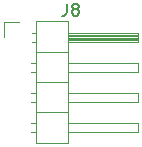
<source format=gto>
G04 #@! TF.GenerationSoftware,KiCad,Pcbnew,5.1.5*
G04 #@! TF.CreationDate,2020-05-29T23:05:44+02:00*
G04 #@! TF.ProjectId,FFBridge,46464272-6964-4676-952e-6b696361645f,rev?*
G04 #@! TF.SameCoordinates,Original*
G04 #@! TF.FileFunction,Legend,Top*
G04 #@! TF.FilePolarity,Positive*
%FSLAX46Y46*%
G04 Gerber Fmt 4.6, Leading zero omitted, Abs format (unit mm)*
G04 Created by KiCad (PCBNEW 5.1.5) date 2020-05-29 23:05:44*
%MOMM*%
%LPD*%
G04 APERTURE LIST*
%ADD10C,0.120000*%
%ADD11C,0.150000*%
G04 APERTURE END LIST*
D10*
X179705000Y-104140000D02*
X180975000Y-104140000D01*
X179705000Y-105410000D02*
X179705000Y-104140000D01*
X182017929Y-113410000D02*
X182415000Y-113410000D01*
X182017929Y-112650000D02*
X182415000Y-112650000D01*
X191075000Y-113410000D02*
X185075000Y-113410000D01*
X191075000Y-112650000D02*
X191075000Y-113410000D01*
X185075000Y-112650000D02*
X191075000Y-112650000D01*
X182415000Y-111760000D02*
X185075000Y-111760000D01*
X182017929Y-110870000D02*
X182415000Y-110870000D01*
X182017929Y-110110000D02*
X182415000Y-110110000D01*
X191075000Y-110870000D02*
X185075000Y-110870000D01*
X191075000Y-110110000D02*
X191075000Y-110870000D01*
X185075000Y-110110000D02*
X191075000Y-110110000D01*
X182415000Y-109220000D02*
X185075000Y-109220000D01*
X182017929Y-108330000D02*
X182415000Y-108330000D01*
X182017929Y-107570000D02*
X182415000Y-107570000D01*
X191075000Y-108330000D02*
X185075000Y-108330000D01*
X191075000Y-107570000D02*
X191075000Y-108330000D01*
X185075000Y-107570000D02*
X191075000Y-107570000D01*
X182415000Y-106680000D02*
X185075000Y-106680000D01*
X182085000Y-105790000D02*
X182415000Y-105790000D01*
X182085000Y-105030000D02*
X182415000Y-105030000D01*
X185075000Y-105690000D02*
X191075000Y-105690000D01*
X185075000Y-105570000D02*
X191075000Y-105570000D01*
X185075000Y-105450000D02*
X191075000Y-105450000D01*
X185075000Y-105330000D02*
X191075000Y-105330000D01*
X185075000Y-105210000D02*
X191075000Y-105210000D01*
X185075000Y-105090000D02*
X191075000Y-105090000D01*
X191075000Y-105790000D02*
X185075000Y-105790000D01*
X191075000Y-105030000D02*
X191075000Y-105790000D01*
X185075000Y-105030000D02*
X191075000Y-105030000D01*
X185075000Y-104080000D02*
X182415000Y-104080000D01*
X185075000Y-114360000D02*
X185075000Y-104080000D01*
X182415000Y-114360000D02*
X185075000Y-114360000D01*
X182415000Y-104080000D02*
X182415000Y-114360000D01*
D11*
X185026666Y-102592380D02*
X185026666Y-103306666D01*
X184979047Y-103449523D01*
X184883809Y-103544761D01*
X184740952Y-103592380D01*
X184645714Y-103592380D01*
X185645714Y-103020952D02*
X185550476Y-102973333D01*
X185502857Y-102925714D01*
X185455238Y-102830476D01*
X185455238Y-102782857D01*
X185502857Y-102687619D01*
X185550476Y-102640000D01*
X185645714Y-102592380D01*
X185836190Y-102592380D01*
X185931428Y-102640000D01*
X185979047Y-102687619D01*
X186026666Y-102782857D01*
X186026666Y-102830476D01*
X185979047Y-102925714D01*
X185931428Y-102973333D01*
X185836190Y-103020952D01*
X185645714Y-103020952D01*
X185550476Y-103068571D01*
X185502857Y-103116190D01*
X185455238Y-103211428D01*
X185455238Y-103401904D01*
X185502857Y-103497142D01*
X185550476Y-103544761D01*
X185645714Y-103592380D01*
X185836190Y-103592380D01*
X185931428Y-103544761D01*
X185979047Y-103497142D01*
X186026666Y-103401904D01*
X186026666Y-103211428D01*
X185979047Y-103116190D01*
X185931428Y-103068571D01*
X185836190Y-103020952D01*
M02*

</source>
